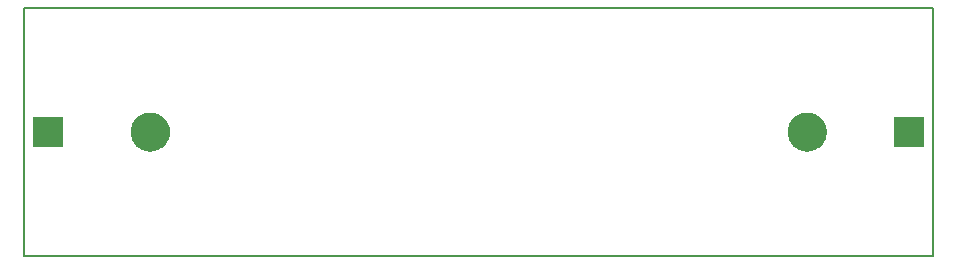
<source format=gbs>
G75*
G70*
%OFA0B0*%
%FSLAX24Y24*%
%IPPOS*%
%LPD*%
%AMOC8*
5,1,8,0,0,1.08239X$1,22.5*
%
%ADD10C,0.0080*%
%ADD11R,0.0985X0.0985*%
%ADD12C,0.0000*%
%ADD13C,0.1300*%
D10*
X000140Y000149D02*
X000140Y008409D01*
X030439Y008409D01*
X030439Y000149D01*
X000140Y000149D01*
D11*
X000939Y004279D03*
X029640Y004279D03*
D12*
X025608Y004279D02*
X025610Y004329D01*
X025616Y004379D01*
X025626Y004428D01*
X025640Y004476D01*
X025657Y004523D01*
X025678Y004568D01*
X025703Y004612D01*
X025731Y004653D01*
X025763Y004692D01*
X025797Y004729D01*
X025834Y004763D01*
X025874Y004793D01*
X025916Y004820D01*
X025960Y004844D01*
X026006Y004865D01*
X026053Y004881D01*
X026101Y004894D01*
X026151Y004903D01*
X026200Y004908D01*
X026251Y004909D01*
X026301Y004906D01*
X026350Y004899D01*
X026399Y004888D01*
X026447Y004873D01*
X026493Y004855D01*
X026538Y004833D01*
X026581Y004807D01*
X026622Y004778D01*
X026661Y004746D01*
X026697Y004711D01*
X026729Y004673D01*
X026759Y004633D01*
X026786Y004590D01*
X026809Y004546D01*
X026828Y004500D01*
X026844Y004452D01*
X026856Y004403D01*
X026864Y004354D01*
X026868Y004304D01*
X026868Y004254D01*
X026864Y004204D01*
X026856Y004155D01*
X026844Y004106D01*
X026828Y004058D01*
X026809Y004012D01*
X026786Y003968D01*
X026759Y003925D01*
X026729Y003885D01*
X026697Y003847D01*
X026661Y003812D01*
X026622Y003780D01*
X026581Y003751D01*
X026538Y003725D01*
X026493Y003703D01*
X026447Y003685D01*
X026399Y003670D01*
X026350Y003659D01*
X026301Y003652D01*
X026251Y003649D01*
X026200Y003650D01*
X026151Y003655D01*
X026101Y003664D01*
X026053Y003677D01*
X026006Y003693D01*
X025960Y003714D01*
X025916Y003738D01*
X025874Y003765D01*
X025834Y003795D01*
X025797Y003829D01*
X025763Y003866D01*
X025731Y003905D01*
X025703Y003946D01*
X025678Y003990D01*
X025657Y004035D01*
X025640Y004082D01*
X025626Y004130D01*
X025616Y004179D01*
X025610Y004229D01*
X025608Y004279D01*
X003711Y004279D02*
X003713Y004329D01*
X003719Y004379D01*
X003729Y004428D01*
X003743Y004476D01*
X003760Y004523D01*
X003781Y004568D01*
X003806Y004612D01*
X003834Y004653D01*
X003866Y004692D01*
X003900Y004729D01*
X003937Y004763D01*
X003977Y004793D01*
X004019Y004820D01*
X004063Y004844D01*
X004109Y004865D01*
X004156Y004881D01*
X004204Y004894D01*
X004254Y004903D01*
X004303Y004908D01*
X004354Y004909D01*
X004404Y004906D01*
X004453Y004899D01*
X004502Y004888D01*
X004550Y004873D01*
X004596Y004855D01*
X004641Y004833D01*
X004684Y004807D01*
X004725Y004778D01*
X004764Y004746D01*
X004800Y004711D01*
X004832Y004673D01*
X004862Y004633D01*
X004889Y004590D01*
X004912Y004546D01*
X004931Y004500D01*
X004947Y004452D01*
X004959Y004403D01*
X004967Y004354D01*
X004971Y004304D01*
X004971Y004254D01*
X004967Y004204D01*
X004959Y004155D01*
X004947Y004106D01*
X004931Y004058D01*
X004912Y004012D01*
X004889Y003968D01*
X004862Y003925D01*
X004832Y003885D01*
X004800Y003847D01*
X004764Y003812D01*
X004725Y003780D01*
X004684Y003751D01*
X004641Y003725D01*
X004596Y003703D01*
X004550Y003685D01*
X004502Y003670D01*
X004453Y003659D01*
X004404Y003652D01*
X004354Y003649D01*
X004303Y003650D01*
X004254Y003655D01*
X004204Y003664D01*
X004156Y003677D01*
X004109Y003693D01*
X004063Y003714D01*
X004019Y003738D01*
X003977Y003765D01*
X003937Y003795D01*
X003900Y003829D01*
X003866Y003866D01*
X003834Y003905D01*
X003806Y003946D01*
X003781Y003990D01*
X003760Y004035D01*
X003743Y004082D01*
X003729Y004130D01*
X003719Y004179D01*
X003713Y004229D01*
X003711Y004279D01*
D13*
X004341Y004279D03*
X026238Y004279D03*
M02*

</source>
